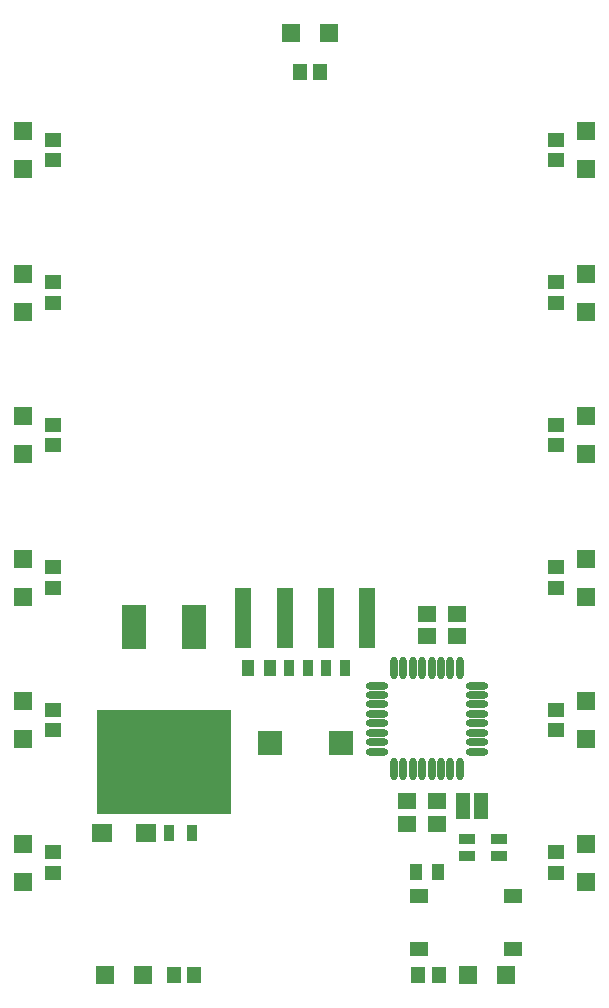
<source format=gtp>
G04*
G04 #@! TF.GenerationSoftware,Altium Limited,Altium Designer,22.3.1 (43)*
G04*
G04 Layer_Color=8421504*
%FSLAX24Y24*%
%MOIN*%
G70*
G04*
G04 #@! TF.SameCoordinates,CDBB2D6B-2E46-4EDB-87CF-436FCBA96DB9*
G04*
G04*
G04 #@! TF.FilePolarity,Positive*
G04*
G01*
G75*
%ADD16R,0.0551X0.2008*%
%ADD17O,0.0236X0.0768*%
%ADD18O,0.0768X0.0236*%
%ADD19R,0.0413X0.0571*%
%ADD20R,0.0787X0.0787*%
%ADD21R,0.0591X0.0591*%
%ADD22R,0.0571X0.0453*%
%ADD23R,0.0453X0.0571*%
%ADD24R,0.0591X0.0591*%
%ADD25R,0.0819X0.1500*%
%ADD26R,0.4500X0.3500*%
%ADD27R,0.0689X0.0591*%
%ADD28R,0.0374X0.0571*%
%ADD29R,0.0453X0.0866*%
%ADD30R,0.0591X0.0551*%
%ADD31R,0.0531X0.0374*%
%ADD32R,0.0335X0.0531*%
%ADD33R,0.0610X0.0512*%
D16*
X16683Y21151D02*
D03*
X18061D02*
D03*
X19439D02*
D03*
X20817D02*
D03*
D17*
X21698Y16127D02*
D03*
X22013D02*
D03*
X22328D02*
D03*
X22643D02*
D03*
X22957D02*
D03*
X23272D02*
D03*
X23587D02*
D03*
X23902D02*
D03*
Y19473D02*
D03*
X23587D02*
D03*
X23272D02*
D03*
X22957D02*
D03*
X22643D02*
D03*
X22328D02*
D03*
X22013D02*
D03*
X21698D02*
D03*
D18*
X24473Y16698D02*
D03*
Y17013D02*
D03*
Y17328D02*
D03*
Y17643D02*
D03*
Y17957D02*
D03*
Y18272D02*
D03*
Y18587D02*
D03*
Y18902D02*
D03*
X21127D02*
D03*
Y18587D02*
D03*
Y18272D02*
D03*
Y17957D02*
D03*
Y17643D02*
D03*
Y17328D02*
D03*
Y17013D02*
D03*
Y16698D02*
D03*
D19*
X16850Y19500D02*
D03*
X17578D02*
D03*
X23164Y12700D02*
D03*
X22436D02*
D03*
D20*
X19931Y17000D02*
D03*
X17569D02*
D03*
D21*
X28100Y23130D02*
D03*
Y21870D02*
D03*
X9350Y13630D02*
D03*
Y12370D02*
D03*
Y32630D02*
D03*
Y31370D02*
D03*
Y18380D02*
D03*
Y17120D02*
D03*
Y23130D02*
D03*
Y21870D02*
D03*
Y27880D02*
D03*
Y26620D02*
D03*
Y37380D02*
D03*
Y36120D02*
D03*
X28100Y18380D02*
D03*
Y17120D02*
D03*
Y27880D02*
D03*
Y26620D02*
D03*
Y32630D02*
D03*
Y31370D02*
D03*
Y37380D02*
D03*
Y36120D02*
D03*
Y13630D02*
D03*
Y12370D02*
D03*
D22*
X27100Y22156D02*
D03*
Y22844D02*
D03*
Y17406D02*
D03*
Y18094D02*
D03*
Y26906D02*
D03*
Y27594D02*
D03*
Y31656D02*
D03*
Y32344D02*
D03*
Y36406D02*
D03*
Y37094D02*
D03*
X10350Y36406D02*
D03*
Y37094D02*
D03*
Y31656D02*
D03*
Y32344D02*
D03*
Y26906D02*
D03*
Y27594D02*
D03*
Y22156D02*
D03*
Y22844D02*
D03*
Y17406D02*
D03*
Y18094D02*
D03*
Y12656D02*
D03*
Y13344D02*
D03*
X27100Y12656D02*
D03*
Y13344D02*
D03*
D23*
X19244Y39350D02*
D03*
X18556D02*
D03*
X14356Y9250D02*
D03*
X15044D02*
D03*
X23189D02*
D03*
X22500D02*
D03*
D24*
X18270Y40650D02*
D03*
X19530D02*
D03*
X12070Y9250D02*
D03*
X13330D02*
D03*
X25430D02*
D03*
X24170D02*
D03*
D25*
X13050Y20864D02*
D03*
X15050D02*
D03*
D26*
X14050Y16364D02*
D03*
D27*
X13438Y14000D02*
D03*
X11962D02*
D03*
D28*
X14984D02*
D03*
X14216D02*
D03*
D29*
X23995Y14900D02*
D03*
X24605D02*
D03*
D30*
X23800Y21298D02*
D03*
Y20550D02*
D03*
X22800Y21298D02*
D03*
Y20550D02*
D03*
X23150Y14302D02*
D03*
Y15050D02*
D03*
X22150Y14302D02*
D03*
Y15050D02*
D03*
D31*
X25200Y13209D02*
D03*
Y13800D02*
D03*
X24150Y13205D02*
D03*
Y13795D02*
D03*
D32*
X19425Y19500D02*
D03*
X20075D02*
D03*
X18200D02*
D03*
X18850D02*
D03*
D33*
X25665Y10114D02*
D03*
X22535D02*
D03*
X25665Y11886D02*
D03*
X22535D02*
D03*
M02*

</source>
